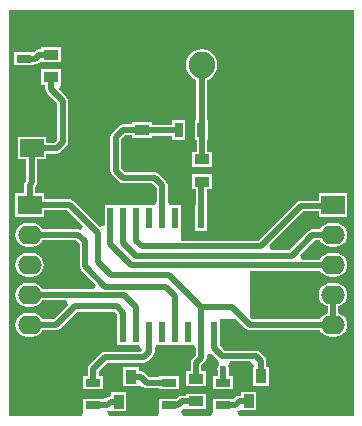
<source format=gtl>
G04*
G04 #@! TF.GenerationSoftware,Altium Limited,Altium Designer,19.0.10 (269)*
G04*
G04 Layer_Physical_Order=1*
G04 Layer_Color=255*
%FSLAX25Y25*%
%MOIN*%
G70*
G01*
G75*
%ADD10C,0.01000*%
%ADD12R,0.02362X0.07087*%
%ADD13R,0.05118X0.02756*%
%ADD14R,0.05118X0.03543*%
%ADD15R,0.02756X0.05118*%
%ADD16R,0.03543X0.04724*%
%ADD29C,0.01968*%
%ADD30C,0.08858*%
%ADD31C,0.10039*%
%ADD32O,0.07874X0.05906*%
%ADD33R,0.07874X0.05906*%
%ADD34O,0.07874X0.06299*%
%ADD35R,0.07874X0.06299*%
%ADD36C,0.02362*%
G36*
X116404Y-136483D02*
X78254D01*
X78236Y-136476D01*
X77529Y-134908D01*
X77707Y-134707D01*
X78763Y-134693D01*
Y-134693D01*
X83881D01*
Y-128394D01*
X78763D01*
Y-129737D01*
X78299D01*
X77608Y-129874D01*
X77421Y-129999D01*
X76181Y-130807D01*
X69488D01*
Y-134908D01*
X69488Y-135138D01*
X68933Y-136483D01*
X59858D01*
X59139Y-135867D01*
X58803Y-134908D01*
X59318Y-134284D01*
X60433Y-134153D01*
Y-134153D01*
X67126D01*
Y-129035D01*
X60433D01*
Y-129788D01*
X59201D01*
X58509Y-129926D01*
X57923Y-130317D01*
X57532Y-130709D01*
X51378D01*
Y-134908D01*
X51378Y-135039D01*
X51060Y-136483D01*
X34908D01*
X34084Y-134918D01*
X34369Y-134737D01*
X35454Y-134890D01*
Y-134890D01*
X40573D01*
Y-128591D01*
X35454D01*
Y-129934D01*
X35386D01*
X34695Y-130071D01*
X34295Y-130338D01*
X32874Y-130709D01*
X32874Y-130709D01*
Y-130709D01*
X32874Y-130709D01*
X26181D01*
Y-134908D01*
X26181Y-135039D01*
X25864Y-136483D01*
X1313D01*
Y-1313D01*
X116404D01*
Y-136483D01*
D02*
G37*
%LPC*%
G36*
X18701Y-13484D02*
X12008D01*
Y-14237D01*
X11516D01*
X10825Y-14374D01*
X10238Y-14766D01*
X10030Y-14973D01*
X9646Y-15354D01*
Y-15354D01*
X9646Y-15354D01*
X2953D01*
Y-19685D01*
X9646D01*
Y-19326D01*
X10039D01*
X10731Y-19188D01*
X12008Y-18602D01*
X18701D01*
Y-13484D01*
D02*
G37*
G36*
Y-20965D02*
X12008D01*
Y-26083D01*
X13548D01*
Y-27559D01*
X13686Y-28250D01*
X14077Y-28836D01*
X17485Y-32244D01*
Y-44527D01*
X16575Y-45438D01*
X13780D01*
Y-43504D01*
X4331D01*
Y-50984D01*
X7249D01*
Y-57913D01*
X6990Y-58171D01*
X6599Y-58758D01*
X6461Y-59449D01*
Y-62205D01*
X3543D01*
Y-70079D01*
X12992D01*
Y-67948D01*
X20905D01*
X26076Y-73119D01*
X25290Y-74392D01*
X25189Y-74459D01*
X24567Y-74335D01*
X12568D01*
X12494Y-74156D01*
X11863Y-73334D01*
X11041Y-72703D01*
X10083Y-72306D01*
X9055Y-72171D01*
X7480D01*
X6453Y-72306D01*
X5495Y-72703D01*
X4672Y-73334D01*
X4041Y-74156D01*
X3645Y-75114D01*
X3509Y-76142D01*
X3645Y-77170D01*
X4041Y-78127D01*
X4672Y-78950D01*
X5495Y-79581D01*
X6453Y-79977D01*
X7480Y-80113D01*
X9055D01*
X10083Y-79977D01*
X11041Y-79581D01*
X11863Y-78950D01*
X12494Y-78127D01*
X12568Y-77948D01*
X23819D01*
X24965Y-79095D01*
Y-86614D01*
X25103Y-87305D01*
X25494Y-87892D01*
X30503Y-92900D01*
X29900Y-94355D01*
X12576D01*
X12494Y-94156D01*
X11863Y-93334D01*
X11041Y-92703D01*
X10083Y-92306D01*
X9055Y-92171D01*
X7480D01*
X6453Y-92306D01*
X5495Y-92703D01*
X4672Y-93334D01*
X4041Y-94156D01*
X3645Y-95114D01*
X3509Y-96142D01*
X3645Y-97170D01*
X4041Y-98127D01*
X4672Y-98950D01*
X5495Y-99581D01*
X6453Y-99977D01*
X7480Y-100113D01*
X9055D01*
X10083Y-99977D01*
X11041Y-99581D01*
X11863Y-98950D01*
X12494Y-98127D01*
X12560Y-97968D01*
X20558D01*
X21210Y-99543D01*
X16417Y-104335D01*
X12568D01*
X12494Y-104156D01*
X11863Y-103334D01*
X11041Y-102703D01*
X10083Y-102306D01*
X9055Y-102171D01*
X7480D01*
X6453Y-102306D01*
X5495Y-102703D01*
X4672Y-103334D01*
X4041Y-104156D01*
X3645Y-105114D01*
X3509Y-106142D01*
X3645Y-107169D01*
X4041Y-108127D01*
X4672Y-108950D01*
X5495Y-109581D01*
X6453Y-109977D01*
X7480Y-110113D01*
X9055D01*
X10083Y-109977D01*
X11041Y-109581D01*
X11863Y-108950D01*
X12494Y-108127D01*
X12568Y-107948D01*
X17165D01*
X17857Y-107811D01*
X18443Y-107419D01*
X24055Y-101806D01*
X36653D01*
X37532Y-102685D01*
X37598Y-104232D01*
X37598D01*
Y-112894D01*
X41535D01*
Y-112894D01*
X41929D01*
Y-112894D01*
X44932D01*
X45779Y-114469D01*
X45714Y-114570D01*
X45063Y-115123D01*
X33465D01*
X32773Y-115260D01*
X32187Y-115652D01*
X28250Y-119589D01*
X27859Y-120175D01*
X27721Y-120866D01*
Y-123228D01*
X26181D01*
Y-127559D01*
X32874D01*
Y-123228D01*
X31334D01*
Y-121614D01*
X34213Y-118736D01*
X46457D01*
X47148Y-118598D01*
X47734Y-118206D01*
X49506Y-116435D01*
X49897Y-115849D01*
X50035Y-115157D01*
Y-114238D01*
X50591Y-112894D01*
X54527D01*
Y-112894D01*
X54921D01*
Y-112894D01*
X58858Y-112894D01*
X60433Y-112894D01*
X63189Y-112894D01*
X63745Y-114238D01*
Y-116378D01*
X62502Y-117620D01*
X62111Y-118206D01*
X61973Y-118898D01*
Y-121555D01*
X60433D01*
Y-126673D01*
X67126D01*
Y-121555D01*
X65586D01*
Y-119646D01*
X66829Y-118403D01*
X67220Y-117817D01*
X67358Y-117126D01*
Y-116170D01*
X67642Y-115961D01*
X68932Y-115581D01*
X71109Y-117758D01*
X71167Y-117835D01*
X71394Y-119305D01*
X71284Y-119643D01*
X70980Y-120098D01*
X70828Y-120866D01*
X70980Y-121634D01*
X71028Y-121706D01*
Y-123327D01*
X69488D01*
Y-127657D01*
X76181D01*
Y-123327D01*
X74641D01*
Y-121706D01*
X74689Y-121634D01*
X74842Y-120866D01*
X74689Y-120098D01*
X74568Y-119917D01*
X75180Y-118435D01*
X75265Y-118342D01*
X81745D01*
X82953Y-119917D01*
X82896Y-120126D01*
X82896D01*
Y-126425D01*
X88015D01*
Y-120126D01*
X87262D01*
Y-118133D01*
X87124Y-117441D01*
X86733Y-116855D01*
X85136Y-115258D01*
X84549Y-114867D01*
X83858Y-114729D01*
X73189D01*
X72613Y-114153D01*
X71850Y-112894D01*
Y-105731D01*
X71850Y-104232D01*
X73394Y-104156D01*
X77192D01*
X80455Y-107419D01*
X81041Y-107811D01*
X81732Y-107948D01*
X105148D01*
X105222Y-108127D01*
X105853Y-108950D01*
X106676Y-109581D01*
X107634Y-109977D01*
X108661Y-110113D01*
X110236D01*
X111264Y-109977D01*
X112222Y-109581D01*
X113044Y-108950D01*
X113675Y-108127D01*
X114072Y-107169D01*
X114207Y-106142D01*
X114072Y-105114D01*
X113675Y-104156D01*
X113044Y-103334D01*
X112222Y-102703D01*
X111264Y-102306D01*
X111255Y-102305D01*
Y-99979D01*
X111264Y-99977D01*
X112222Y-99581D01*
X113044Y-98950D01*
X113675Y-98127D01*
X114072Y-97170D01*
X114207Y-96142D01*
X114072Y-95114D01*
X113675Y-94156D01*
X113044Y-93334D01*
X112222Y-92703D01*
X111264Y-92306D01*
X110236Y-92171D01*
X108661D01*
X107634Y-92306D01*
X106676Y-92703D01*
X105853Y-93334D01*
X105222Y-94156D01*
X104826Y-95114D01*
X104690Y-96142D01*
X104826Y-97170D01*
X105222Y-98127D01*
X105853Y-98950D01*
X106676Y-99581D01*
X107634Y-99977D01*
X107642Y-99979D01*
Y-102305D01*
X107634Y-102306D01*
X106676Y-102703D01*
X105853Y-103334D01*
X105222Y-104156D01*
X105148Y-104335D01*
X82481D01*
X81890Y-103745D01*
Y-88058D01*
X105194D01*
X105222Y-88127D01*
X105853Y-88950D01*
X106676Y-89581D01*
X107634Y-89977D01*
X108661Y-90113D01*
X110236D01*
X111264Y-89977D01*
X112222Y-89581D01*
X113044Y-88950D01*
X113675Y-88127D01*
X114072Y-87169D01*
X114207Y-86142D01*
X114072Y-85114D01*
X113675Y-84156D01*
X113044Y-83334D01*
X112222Y-82703D01*
X111264Y-82306D01*
X110236Y-82171D01*
X108661D01*
X107634Y-82306D01*
X106676Y-82703D01*
X105853Y-83334D01*
X105222Y-84156D01*
X105103Y-84446D01*
X99076D01*
X98424Y-82871D01*
X103347Y-77948D01*
X105148D01*
X105222Y-78127D01*
X105853Y-78950D01*
X106676Y-79581D01*
X107634Y-79977D01*
X108661Y-80113D01*
X110236D01*
X111264Y-79977D01*
X112222Y-79581D01*
X113044Y-78950D01*
X113675Y-78127D01*
X114072Y-77170D01*
X114207Y-76142D01*
X114072Y-75114D01*
X113675Y-74156D01*
X113044Y-73334D01*
X112222Y-72703D01*
X111264Y-72306D01*
X110236Y-72171D01*
X108661D01*
X107634Y-72306D01*
X106676Y-72703D01*
X105853Y-73334D01*
X105222Y-74156D01*
X105148Y-74335D01*
X102598D01*
X101907Y-74473D01*
X101321Y-74864D01*
X94921Y-81265D01*
X88872D01*
X88219Y-79690D01*
X99567Y-68342D01*
X104724D01*
Y-70079D01*
X114173D01*
Y-62205D01*
X104724D01*
Y-64729D01*
X98819D01*
X98128Y-64867D01*
X97542Y-65258D01*
X84685Y-78115D01*
X58858D01*
Y-75664D01*
X58858Y-74705D01*
X58931Y-74016D01*
X58931Y-74016D01*
X58858Y-73985D01*
Y-66043D01*
X54921D01*
X54365Y-64699D01*
Y-59646D01*
X54228Y-58954D01*
X53836Y-58368D01*
X51277Y-55809D01*
X50691Y-55418D01*
X50000Y-55280D01*
X40118D01*
X38814Y-53976D01*
Y-44353D01*
X40219Y-42948D01*
X42323D01*
Y-43701D01*
X49016D01*
Y-43145D01*
X55905D01*
Y-44685D01*
X60236D01*
Y-37992D01*
X55905D01*
Y-39532D01*
X49016D01*
Y-38583D01*
X42323D01*
Y-39335D01*
X39471D01*
X38780Y-39473D01*
X38194Y-39864D01*
X35731Y-42327D01*
X35339Y-42913D01*
X35201Y-43605D01*
Y-54724D01*
X35339Y-55416D01*
X35731Y-56002D01*
X35731Y-56002D01*
X38093Y-58364D01*
X38679Y-58755D01*
X39370Y-58893D01*
X49252D01*
X50753Y-60394D01*
Y-64699D01*
X50197Y-66043D01*
X46260D01*
Y-66043D01*
X45866D01*
Y-66043D01*
X41929D01*
Y-66043D01*
X41535D01*
Y-66043D01*
X37598D01*
Y-66043D01*
X37205D01*
Y-66043D01*
X33268D01*
Y-72974D01*
X31693Y-73627D01*
X22931Y-64864D01*
X22345Y-64473D01*
X21654Y-64335D01*
X12992D01*
Y-62205D01*
X10074D01*
Y-60197D01*
X10332Y-59939D01*
X10724Y-59353D01*
X10862Y-58661D01*
Y-50984D01*
X13780D01*
Y-49051D01*
X17323D01*
X18014Y-48913D01*
X18600Y-48521D01*
X20569Y-46553D01*
X20960Y-45967D01*
X21098Y-45276D01*
Y-31496D01*
X20960Y-30805D01*
X20569Y-30219D01*
X18007Y-27657D01*
X18660Y-26083D01*
X18701D01*
Y-20965D01*
D02*
G37*
G36*
X65650Y-14227D02*
X64288Y-14406D01*
X63019Y-14932D01*
X61929Y-15768D01*
X61093Y-16857D01*
X60567Y-18126D01*
X60388Y-19488D01*
X60567Y-20850D01*
X61093Y-22119D01*
X61929Y-23209D01*
X63019Y-24045D01*
X63843Y-24386D01*
Y-37992D01*
X63386D01*
Y-44685D01*
X63942D01*
Y-48425D01*
X62402D01*
Y-53543D01*
X69095D01*
Y-48425D01*
X67554D01*
Y-44685D01*
X67716D01*
Y-37992D01*
X67456D01*
Y-24386D01*
X68280Y-24045D01*
X69370Y-23209D01*
X70206Y-22119D01*
X70732Y-20850D01*
X70911Y-19488D01*
X70732Y-18126D01*
X70206Y-16857D01*
X69370Y-15768D01*
X68280Y-14932D01*
X67011Y-14406D01*
X65650Y-14227D01*
D02*
G37*
G36*
X69095Y-55905D02*
X62402D01*
Y-61024D01*
X63745D01*
Y-66043D01*
X63583D01*
Y-74705D01*
X67520D01*
Y-66043D01*
X67358D01*
Y-61024D01*
X69095D01*
Y-55905D01*
D02*
G37*
G36*
X9055Y-82171D02*
X7480D01*
X6453Y-82306D01*
X5495Y-82703D01*
X4672Y-83334D01*
X4041Y-84156D01*
X3645Y-85114D01*
X3509Y-86142D01*
X3645Y-87169D01*
X4041Y-88127D01*
X4672Y-88950D01*
X5495Y-89581D01*
X6453Y-89977D01*
X7480Y-90113D01*
X9055D01*
X10083Y-89977D01*
X11041Y-89581D01*
X11863Y-88950D01*
X12494Y-88127D01*
X12891Y-87169D01*
X13026Y-86142D01*
X12891Y-85114D01*
X12494Y-84156D01*
X11863Y-83334D01*
X11041Y-82703D01*
X10083Y-82306D01*
X9055Y-82171D01*
D02*
G37*
G36*
X44706Y-120323D02*
X39588D01*
Y-126622D01*
X44706D01*
X44706Y-126622D01*
X46240Y-126722D01*
X46750Y-127063D01*
X47441Y-127200D01*
X51378D01*
Y-127559D01*
X58071D01*
Y-123228D01*
X51378D01*
Y-123587D01*
X48189D01*
X46797Y-122195D01*
X46211Y-121803D01*
X45520Y-121666D01*
X44706D01*
Y-120323D01*
D02*
G37*
%LPD*%
D10*
X65551Y-58661D02*
X65748Y-58465D01*
X109339Y-86252D02*
X109449Y-86142D01*
Y-66535D02*
Y-66142D01*
D12*
X69882Y-108563D02*
D03*
X35236D02*
D03*
X43898D02*
D03*
X39567D02*
D03*
X48228D02*
D03*
X52559D02*
D03*
X56890D02*
D03*
X61221D02*
D03*
X65551D02*
D03*
X35236Y-70374D02*
D03*
X39567D02*
D03*
X43898D02*
D03*
X48228D02*
D03*
X52559D02*
D03*
X56890D02*
D03*
X61221D02*
D03*
X65551D02*
D03*
X69882D02*
D03*
D13*
X72835Y-132972D02*
D03*
Y-125492D02*
D03*
X6299Y-25000D02*
D03*
Y-17520D02*
D03*
X29528Y-132874D02*
D03*
Y-125394D02*
D03*
X54724Y-125394D02*
D03*
Y-132874D02*
D03*
D14*
X65748Y-50984D02*
D03*
Y-58465D02*
D03*
X45669Y-48622D02*
D03*
Y-41142D02*
D03*
X15354Y-23524D02*
D03*
Y-16043D02*
D03*
X63779Y-124114D02*
D03*
Y-131595D02*
D03*
D15*
X58071Y-41339D02*
D03*
X65551D02*
D03*
D16*
X46281Y-131740D02*
D03*
X38013D02*
D03*
X42147Y-123472D02*
D03*
X89589Y-131543D02*
D03*
X81322D02*
D03*
X85455Y-123275D02*
D03*
D29*
X37008Y-54724D02*
Y-43605D01*
X39370Y-57087D02*
X50000D01*
X37008Y-54724D02*
X39370Y-57087D01*
X37008Y-54724D02*
X37008D01*
X39471Y-41142D02*
X45669D01*
X37008Y-43605D02*
X39471Y-41142D01*
X50000Y-57087D02*
X52559Y-59646D01*
Y-70374D02*
Y-59646D01*
X45669Y-41142D02*
X45866Y-41339D01*
X58071D01*
X65551D02*
X65748Y-41535D01*
Y-50984D02*
Y-41535D01*
X65551Y-70374D02*
Y-58661D01*
X9055Y-47244D02*
X17323D01*
X15354Y-27559D02*
Y-23524D01*
X17323Y-47244D02*
X19291Y-45276D01*
Y-31496D01*
X15354Y-27559D02*
X19291Y-31496D01*
X6299Y-17520D02*
X10039D01*
X11516Y-16043D01*
X15354D01*
X63779Y-124114D02*
Y-118898D01*
X65551Y-117126D01*
Y-108563D01*
X54724Y-132874D02*
X57921D01*
X59201Y-131595D01*
X63779D01*
X8268Y-66142D02*
Y-59449D01*
X9055Y-58661D01*
Y-47244D01*
X8268Y-106142D02*
X17165D01*
X23307Y-100000D01*
X39567Y-108563D02*
Y-102165D01*
X23307Y-100000D02*
X37402D01*
X39567Y-102165D01*
X8268Y-96161D02*
Y-96142D01*
Y-96161D02*
X39862D01*
X43898Y-100197D01*
Y-108563D02*
Y-100197D01*
X72835Y-125492D02*
Y-120866D01*
X26772Y-86614D02*
X33563Y-93405D01*
X8268Y-76142D02*
X24567D01*
X26772Y-78347D01*
X56890Y-108563D02*
Y-96653D01*
X26772Y-86614D02*
Y-78347D01*
X53642Y-93405D02*
X56890Y-96653D01*
X33563Y-93405D02*
X53642D01*
X31102Y-85039D02*
X35433Y-89370D01*
X31102Y-85039D02*
Y-75590D01*
X54724Y-89370D02*
X65551Y-100197D01*
X35433Y-89370D02*
X54724D01*
X21654Y-66142D02*
X31102Y-75590D01*
X8268Y-66142D02*
X21654D01*
X65551Y-108563D02*
Y-100197D01*
X75787D02*
X81732Y-106142D01*
X65551Y-100197D02*
X75787D01*
X81732Y-106142D02*
X109449D01*
Y-96142D01*
X35236Y-79331D02*
X42158Y-86252D01*
X35236Y-79331D02*
Y-70374D01*
X42158Y-86252D02*
X109339D01*
X39567Y-78740D02*
X43898Y-83071D01*
X39567Y-78740D02*
Y-70374D01*
X43898Y-83071D02*
X95669D01*
X102598Y-76142D01*
X109449D01*
X43898Y-78150D02*
X45669Y-79921D01*
X85433D01*
X43898Y-78150D02*
Y-70374D01*
X85433Y-79921D02*
X98819Y-66535D01*
X109449D01*
X65650Y-41240D02*
Y-19488D01*
X65551Y-41339D02*
X65650Y-41240D01*
X42147Y-123472D02*
X45520D01*
X47441Y-125394D01*
X54724D01*
X29528Y-132874D02*
X34252D01*
X35386Y-131740D01*
X38013D01*
X29528Y-125394D02*
Y-120866D01*
X33465Y-116929D01*
X46457D01*
X48228Y-115157D01*
Y-108563D01*
X72835Y-132972D02*
X76870D01*
X78299Y-131543D01*
X81322D01*
X69882Y-113976D02*
X72441Y-116535D01*
X69882Y-113976D02*
Y-108563D01*
X85455Y-123275D02*
Y-118133D01*
X72441Y-116535D02*
X83858D01*
X85455Y-118133D01*
D30*
X65650Y-19488D02*
D03*
D31*
X55650Y-29488D02*
D03*
Y-9488D02*
D03*
X75650D02*
D03*
Y-29488D02*
D03*
D32*
X9055Y-37244D02*
D03*
D33*
Y-47244D02*
D03*
D34*
X8268Y-116142D02*
D03*
Y-106142D02*
D03*
Y-96142D02*
D03*
Y-86142D02*
D03*
Y-76142D02*
D03*
X109449Y-116142D02*
D03*
Y-106142D02*
D03*
Y-96142D02*
D03*
Y-86142D02*
D03*
Y-76142D02*
D03*
D35*
X8268Y-66142D02*
D03*
X109449D02*
D03*
D36*
X72835Y-120866D02*
D03*
M02*

</source>
